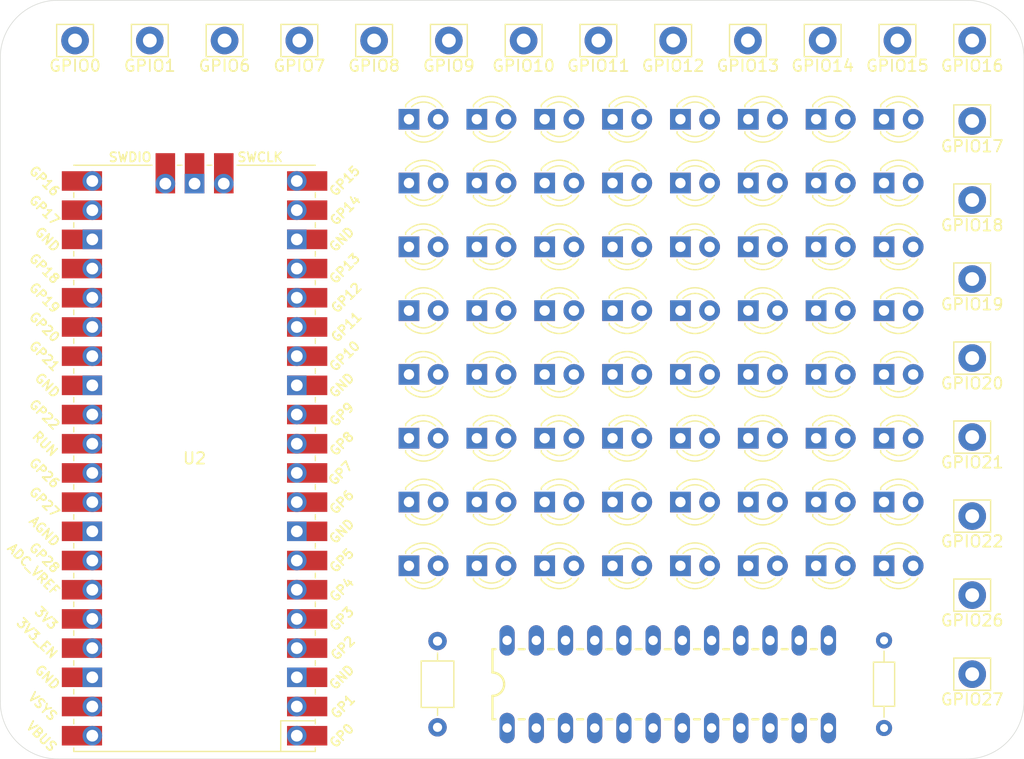
<source format=kicad_pcb>
(kicad_pcb (version 20240108) (generator "pcbnew") (generator_version "8.0")
  (layers (0 "F.Cu" signal) (31 "B.Cu" signal) (34 "B.Paste" user) (35 "F.Paste" user) (36 "B.SilkS" user "B.Silkscreen") (37 "F.SilkS" user "F.Silkscreen") (38 "B.Mask" user) (39 "F.Mask" user) (44 "Edge.Cuts" user))
  (net 0 "")
  (net 1 "Net-(C1-Pad2)")
  (net 3 "Net-(D1-K)")
  (net 4 "Net-(D1-A)")
  (net 5 "Net-(D10-K)")
  (net 6 "Net-(D11-K)")
  (net 7 "Net-(D12-K)")
  (net 8 "Net-(D13-K)")
  (net 9 "Net-(D14-K)")
  (net 10 "Net-(D15-K)")
  (net 11 "Net-(D16-K)")
  (net 12 "Net-(D10-A)")
  (net 13 "Net-(D17-A)")
  (net 14 "Net-(D25-A)")
  (net 15 "Net-(D33-A)")
  (net 16 "Net-(D41-A)")
  (net 17 "Net-(D49-A)")
  (net 18 "Net-(D57-A)")
  (net 19 "Net-(U1-ISET)")
  (net 20 "Net-(U1-CLK)")
  (net 22 "Net-(U1-DIN)")
  (net 23 "Net-(U1-LOAD)")
  (net 39 "Net-(GPIO0-Pin_1)")
  (net 40 "Net-(GPIO1-Pin_1)")
  (net 41 "Net-(GPIO6-Pin_1)")
  (net 42 "Net-(GPIO7-Pin_1)")
  (net 43 "Net-(GPIO8-Pin_1)")
  (net 44 "Net-(GPIO10-Pin_1)")
  (net 45 "Net-(GPIO11-Pin_1)")
  (net 46 "Net-(GPIO12-Pin_1)")
  (net 47 "Net-(GPIO13-Pin_1)")
  (net 48 "Net-(GPIO14-Pin_1)")
  (net 49 "Net-(GPIO15-Pin_1)")
  (net 50 "Net-(GPIO16-Pin_1)")
  (net 51 "Net-(GPIO17-Pin_1)")
  (net 52 "Net-(GPIO18-Pin_1)")
  (net 53 "Net-(GPIO19-Pin_1)")
  (net 54 "Net-(GPIO20-Pin_1)")
  (net 55 "Net-(GPIO21-Pin_1)")
  (net 56 "Net-(GPIO22-Pin_1)")
  (net 57 "Net-(GPIO26-Pin_1)")
  (net 58 "Net-(GPIO27-Pin_1)")
  (net 59 "Net-(U1-GND-Pad4)")
  (net 61 "Net-(GPIO9-Pin_1)")
  (footprint "Connector_Pin:Pin_D1.2mm_L11.3mm_W3.0mm_Flat" (layer "F.Cu") (at 173 112.25)
    (property "Reference" "GPIO26" (at 0 2.2 0) (layer "F.SilkS"))
    (property "Value" "Conn_01x01_Pin" (hide yes))
    (pad "1" thru_hole circle (at 0 0) (size 2.4 2.4) (drill 1.2) (layers "*.Cu" "*.Mask") (net 57 "Net-(GPIO26-Pin_1)"))
  )
  (footprint "LED_THT:LED_D3.0mm_Clear" (layer "F.Cu") (at 165.33 70.85)
    (property "Reference" "D57" (hide yes))
    (property "Value" "LED" (hide yes))
    (pad "1" thru_hole rect (at 0 0) (size 1.8 1.8) (drill 0.9) (layers "*.Cu" "*.Mask") (net 3 "Net-(D1-K)"))
    (pad "2" thru_hole circle (at 2.54 0) (size 1.8 1.8) (drill 0.9) (layers "*.Cu" "*.Mask") (net 18 "Net-(D57-A)"))
  )
  (footprint "LED_THT:LED_D3.0mm_Clear" (layer "F.Cu") (at 159.43 87.5)
    (property "Reference" "D52" (hide yes))
    (property "Value" "LED" (hide yes))
    (pad "1" thru_hole rect (at 0 0) (size 1.8 1.8) (drill 0.9) (layers "*.Cu" "*.Mask") (net 7 "Net-(D12-K)"))
    (pad "2" thru_hole circle (at 2.54 0) (size 1.8 1.8) (drill 0.9) (layers "*.Cu" "*.Mask") (net 17 "Net-(D49-A)"))
  )
  (footprint "LED_THT:LED_D3.0mm_Clear" (layer "F.Cu") (at 124.03 70.85)
    (property "Reference" "D1" (hide yes))
    (property "Value" "LED" (hide yes))
    (pad "1" thru_hole rect (at 0 0) (size 1.8 1.8) (drill 0.9) (layers "*.Cu" "*.Mask") (net 3 "Net-(D1-K)"))
    (pad "2" thru_hole circle (at 2.54 0) (size 1.8 1.8) (drill 0.9) (layers "*.Cu" "*.Mask") (net 4 "Net-(D1-A)"))
  )
  (footprint "LED_THT:LED_D3.0mm_Clear" (layer "F.Cu") (at 141.73 76.4)
    (property "Reference" "D26" (hide yes))
    (property "Value" "LED" (hide yes))
    (pad "1" thru_hole rect (at 0 0) (size 1.8 1.8) (drill 0.9) (layers "*.Cu" "*.Mask") (net 5 "Net-(D10-K)"))
    (pad "2" thru_hole circle (at 2.54 0) (size 1.8 1.8) (drill 0.9) (layers "*.Cu" "*.Mask") (net 14 "Net-(D25-A)"))
  )
  (footprint "Connector_Pin:Pin_D1.2mm_L11.3mm_W3.0mm_Flat" (layer "F.Cu") (at 140.5 64)
    (property "Reference" "GPIO11" (at 0 2.2 0) (layer "F.SilkS"))
    (property "Value" "Conn_01x01_Pin" (hide yes))
    (pad "1" thru_hole circle (at 0 0) (size 2.4 2.4) (drill 1.2) (layers "*.Cu" "*.Mask") (net 45 "Net-(GPIO11-Pin_1)"))
  )
  (footprint "LED_THT:LED_D3.0mm_Clear" (layer "F.Cu") (at 159.43 104.15)
    (property "Reference" "D55" (hide yes))
    (property "Value" "LED" (hide yes))
    (pad "1" thru_hole rect (at 0 0) (size 1.8 1.8) (drill 0.9) (layers "*.Cu" "*.Mask") (net 10 "Net-(D15-K)"))
    (pad "2" thru_hole circle (at 2.54 0) (size 1.8 1.8) (drill 0.9) (layers "*.Cu" "*.Mask") (net 17 "Net-(D49-A)"))
  )
  (footprint "Connector_Pin:Pin_D1.2mm_L11.3mm_W3.0mm_Flat" (layer "F.Cu") (at 173 119.125)
    (property "Reference" "GPIO27" (at 0 2.2 0) (layer "F.SilkS"))
    (property "Value" "Conn_01x01_Pin" (hide yes))
    (pad "1" thru_hole circle (at 0 0) (size 2.4 2.4) (drill 1.2) (layers "*.Cu" "*.Mask") (net 58 "Net-(GPIO27-Pin_1)"))
  )
  (footprint "Connector_Pin:Pin_D1.2mm_L11.3mm_W3.0mm_Flat" (layer "F.Cu") (at 173 71)
    (property "Reference" "GPIO17" (at 0 2.2 0) (layer "F.SilkS"))
    (property "Value" "Conn_01x01_Pin" (hide yes))
    (pad "1" thru_hole circle (at 0 0) (size 2.4 2.4) (drill 1.2) (layers "*.Cu" "*.Mask") (net 51 "Net-(GPIO17-Pin_1)"))
  )
  (footprint "Connector_Pin:Pin_D1.2mm_L11.3mm_W3.0mm_Flat" (layer "F.Cu") (at 173 98.5)
    (property "Reference" "GPIO21" (at 0 2.2 0) (layer "F.SilkS"))
    (property "Value" "Conn_01x01_Pin" (hide yes))
    (pad "1" thru_hole circle (at 0 0) (size 2.4 2.4) (drill 1.2) (layers "*.Cu" "*.Mask") (net 55 "Net-(GPIO21-Pin_1)"))
  )
  (footprint "Connector_Pin:Pin_D1.2mm_L11.3mm_W3.0mm_Flat" (layer "F.Cu") (at 173 64)
    (property "Reference" "GPIO16" (at 0 2.2 0) (layer "F.SilkS"))
    (property "Value" "Conn_01x01_Pin" (hide yes))
    (pad "1" thru_hole circle (at 0 0) (size 2.4 2.4) (drill 1.2) (layers "*.Cu" "*.Mask") (net 50 "Net-(GPIO16-Pin_1)"))
  )
  (footprint "LED_THT:LED_D3.0mm_Clear" (layer "F.Cu") (at 129.93 104.15)
    (property "Reference" "D15" (hide yes))
    (property "Value" "LED" (hide yes))
    (pad "1" thru_hole rect (at 0 0) (size 1.8 1.8) (drill 0.9) (layers "*.Cu" "*.Mask") (net 10 "Net-(D15-K)"))
    (pad "2" thru_hole circle (at 2.54 0) (size 1.8 1.8) (drill 0.9) (layers "*.Cu" "*.Mask") (net 12 "Net-(D10-A)"))
  )
  (footprint "LED_THT:LED_D3.0mm_Clear" (layer "F.Cu") (at 124.03 109.7)
    (property "Reference" "D8" (hide yes))
    (property "Value" "LED" (hide yes))
    (pad "1" thru_hole rect (at 0 0) (size 1.8 1.8) (drill 0.9) (layers "*.Cu" "*.Mask") (net 11 "Net-(D16-K)"))
    (pad "2" thru_hole circle (at 2.54 0) (size 1.8 1.8) (drill 0.9) (layers "*.Cu" "*.Mask") (net 4 "Net-(D1-A)"))
  )
  (footprint "LED_THT:LED_D3.0mm_Clear" (layer "F.Cu") (at 124.03 93.05)
    (property "Reference" "D5" (hide yes))
    (property "Value" "LED" (hide yes))
    (pad "1" thru_hole rect (at 0 0) (size 1.8 1.8) (drill 0.9) (layers "*.Cu" "*.Mask") (net 8 "Net-(D13-K)"))
    (pad "2" thru_hole circle (at 2.54 0) (size 1.8 1.8) (drill 0.9) (layers "*.Cu" "*.Mask") (net 4 "Net-(D1-A)"))
  )
  (footprint "LED_THT:LED_D3.0mm_Clear" (layer "F.Cu") (at 135.83 109.7)
    (property "Reference" "D24" (hide yes))
    (property "Value" "LED" (hide yes))
    (pad "1" thru_hole rect (at 0 0) (size 1.8 1.8) (drill 0.9) (layers "*.Cu" "*.Mask") (net 11 "Net-(D16-K)"))
    (pad "2" thru_hole circle (at 2.54 0) (size 1.8 1.8) (drill 0.9) (layers "*.Cu" "*.Mask") (net 13 "Net-(D17-A)"))
  )
  (footprint "LED_THT:LED_D3.0mm_Clear" (layer "F.Cu") (at 147.63 109.7)
    (property "Reference" "D40" (hide yes))
    (property "Value" "LED" (hide yes))
    (pad "1" thru_hole rect (at 0 0) (size 1.8 1.8) (drill 0.9) (layers "*.Cu" "*.Mask") (net 11 "Net-(D16-K)"))
    (pad "2" thru_hole circle (at 2.54 0) (size 1.8 1.8) (drill 0.9) (layers "*.Cu" "*.Mask") (net 15 "Net-(D33-A)"))
  )
  (footprint "LED_THT:LED_D3.0mm_Clear" (layer "F.Cu") (at 147.63 98.6)
    (property "Reference" "D38" (hide yes))
    (property "Value" "LED" (hide yes))
    (pad "1" thru_hole rect (at 0 0) (size 1.8 1.8) (drill 0.9) (layers "*.Cu" "*.Mask") (net 9 "Net-(D14-K)"))
    (pad "2" thru_hole circle (at 2.54 0) (size 1.8 1.8) (drill 0.9) (layers "*.Cu" "*.Mask") (net 15 "Net-(D33-A)"))
  )
  (footprint "LED_THT:LED_D3.0mm_Clear" (layer "F.Cu") (at 159.43 81.95)
    (property "Reference" "D51" (hide yes))
    (property "Value" "LED" (hide yes))
    (pad "1" thru_hole rect (at 0 0) (size 1.8 1.8) (drill 0.9) (layers "*.Cu" "*.Mask") (net 6 "Net-(D11-K)"))
    (pad "2" thru_hole circle (at 2.54 0) (size 1.8 1.8) (drill 0.9) (layers "*.Cu" "*.Mask") (net 17 "Net-(D49-A)"))
  )
  (footprint "LED_THT:LED_D3.0mm_Clear" (layer "F.Cu") (at 147.63 76.4)
    (property "Reference" "D34" (hide yes))
    (property "Value" "LED" (hide yes))
    (pad "1" thru_hole rect (at 0 0) (size 1.8 1.8) (drill 0.9) (layers "*.Cu" "*.Mask") (net 5 "Net-(D10-K)"))
    (pad "2" thru_hole circle (at 2.54 0) (size 1.8 1.8) (drill 0.9) (layers "*.Cu" "*.Mask") (net 15 "Net-(D33-A)"))
  )
  (footprint "LED_THT:LED_D3.0mm_Clear" (layer "F.Cu") (at 165.33 81.95)
    (property "Reference" "D59" (hide yes))
    (property "Value" "LED" (hide yes))
    (pad "1" thru_hole rect (at 0 0) (size 1.8 1.8) (drill 0.9) (layers "*.Cu" "*.Mask") (net 6 "Net-(D11-K)"))
    (pad "2" thru_hole circle (at 2.54 0) (size 1.8 1.8) (drill 0.9) (layers "*.Cu" "*.Mask") (net 18 "Net-(D57-A)"))
  )
  (footprint "LED_THT:LED_D3.0mm_Clear" (layer "F.Cu") (at 129.93 81.95)
    (property "Reference" "D11" (hide yes))
    (property "Value" "LED" (hide yes))
    (pad "1" thru_hole rect (at 0 0) (size 1.8 1.8) (drill 0.9) (layers "*.Cu" "*.Mask") (net 6 "Net-(D11-K)"))
    (pad "2" thru_hole circle (at 2.54 0) (size 1.8 1.8) (drill 0.9) (layers "*.Cu" "*.Mask") (net 12 "Net-(D10-A)"))
  )
  (footprint "LED_THT:LED_D3.0mm_Clear" (layer "F.Cu") (at 141.73 81.95)
    (property "Reference" "D27" (hide yes))
    (property "Value" "LED" (hide yes))
    (pad "1" thru_hole rect (at 0 0) (size 1.8 1.8) (drill 0.9) (layers "*.Cu" "*.Mask") (net 6 "Net-(D11-K)"))
    (pad "2" thru_hole circle (at 2.54 0) (size 1.8 1.8) (drill 0.9) (layers "*.Cu" "*.Mask") (net 14 "Net-(D25-A)"))
  )
  (footprint "Connector_Pin:Pin_D1.2mm_L11.3mm_W3.0mm_Flat" (layer "F.Cu") (at 95 64)
    (property "Reference" "GPIO0" (at 0 2.2 0) (layer "F.SilkS"))
    (property "Value" "Conn_01x01_Pin" (hide yes))
    (pad "1" thru_hole circle (at 0 0) (size 2.4 2.4) (drill 1.2) (layers "*.Cu" "*.Mask") (net 39 "Net-(GPIO0-Pin_1)"))
  )
  (footprint "LED_THT:LED_D3.0mm_Clear" (layer "F.Cu") (at 124.03 104.15)
    (property "Reference" "D7" (hide yes))
    (property "Value" "LED" (hide yes))
    (pad "1" thru_hole rect (at 0 0) (size 1.8 1.8) (drill 0.9) (layers "*.Cu" "*.Mask") (net 10 "Net-(D15-K)"))
    (pad "2" thru_hole circle (at 2.54 0) (size 1.8 1.8) (drill 0.9) (layers "*.Cu" "*.Mask") (net 4 "Net-(D1-A)"))
  )
  (footprint "Connector_Pin:Pin_D1.2mm_L11.3mm_W3.0mm_Flat" (layer "F.Cu") (at 173 84.75)
    (property "Reference" "GPIO19" (at 0 2.2 0) (layer "F.SilkS"))
    (property "Value" "Conn_01x01_Pin" (hide yes))
    (pad "1" thru_hole circle (at 0 0) (size 2.4 2.4) (drill 1.2) (layers "*.Cu" "*.Mask") (net 53 "Net-(GPIO19-Pin_1)"))
  )
  (footprint "LED_THT:LED_D3.0mm_Clear" (layer "F.Cu") (at 135.83 81.95)
    (property "Reference" "D19" (hide yes))
    (property "Value" "LED" (hide yes))
    (pad "1" thru_hole rect (at 0 0) (size 1.8 1.8) (drill 0.9) (layers "*.Cu" "*.Mask") (net 6 "Net-(D11-K)"))
    (pad "2" thru_hole circle (at 2.54 0) (size 1.8 1.8) (drill 0.9) (layers "*.Cu" "*.Mask") (net 13 "Net-(D17-A)"))
  )
  (footprint "LED_THT:LED_D3.0mm_Clear" (layer "F.Cu") (at 135.83 70.85)
    (property "Reference" "D17" (hide yes))
    (property "Value" "LED" (hide yes))
    (pad "1" thru_hole rect (at 0 0) (size 1.8 1.8) (drill 0.9) (layers "*.Cu" "*.Mask") (net 3 "Net-(D1-K)"))
    (pad "2" thru_hole circle (at 2.54 0) (size 1.8 1.8) (drill 0.9) (layers "*.Cu" "*.Mask") (net 13 "Net-(D17-A)"))
  )
  (footprint "LED_THT:LED_D3.0mm_Clear" (layer "F.Cu") (at 153.53 81.95)
    (property "Reference" "D43" (hide yes))
    (property "Value" "LED" (hide yes))
    (pad "1" thru_hole rect (at 0 0) (size 1.8 1.8) (drill 0.9) (layers "*.Cu" "*.Mask") (net 6 "Net-(D11-K)"))
    (pad "2" thru_hole circle (at 2.54 0) (size 1.8 1.8) (drill 0.9) (layers "*.Cu" "*.Mask") (net 16 "Net-(D41-A)"))
  )
  (footprint "LED_THT:LED_D3.0mm_Clear" (layer "F.Cu") (at 165.33 109.7)
    (property "Reference" "D64" (hide yes))
    (property "Value" "LED" (hide yes))
    (pad "1" thru_hole rect (at 0 0) (size 1.8 1.8) (drill 0.9) (layers "*.Cu" "*.Mask") (net 11 "Net-(D16-K)"))
    (pad "2" thru_hole circle (at 2.54 0) (size 1.8 1.8) (drill 0.9) (layers "*.Cu" "*.Mask") (net 18 "Net-(D57-A)"))
  )
  (footprint "LED_THT:LED_D3.0mm_Clear" (layer "F.Cu") (at 124.03 81.95)
    (property "Reference" "D3" (hide yes))
    (property "Value" "LED" (hide yes))
    (pad "1" thru_hole rect (at 0 0) (size 1.8 1.8) (drill 0.9) (layers "*.Cu" "*.Mask") (net 6 "Net-(D11-K)"))
    (pad "2" thru_hole circle (at 2.54 0) (size 1.8 1.8) (drill 0.9) (layers "*.Cu" "*.Mask") (net 4 "Net-(D1-A)"))
  )
  (footprint "LED_THT:LED_D3.0mm_Clear" (layer "F.Cu") (at 165.33 104.15)
    (property "Reference" "D63" (hide yes))
    (property "Value" "LED" (hide yes))
    (pad "1" thru_hole rect (at 0 0) (size 1.8 1.8) (drill 0.9) (layers "*.Cu" "*.Mask") (net 10 "Net-(D15-K)"))
    (pad "2" thru_hole circle (at 2.54 0) (size 1.8 1.8) (drill 0.9) (layers "*.Cu" "*.Mask") (net 18 "Net-(D57-A)"))
  )
  (footprint "Connector_Pin:Pin_D1.2mm_L11.3mm_W3.0mm_Flat" (layer "F.Cu") (at 121 64)
    (property "Reference" "GPIO8" (at 0 2.2 0) (layer "F.SilkS"))
    (property "Value" "Conn_01x01_Pin" (hide yes))
    (pad "1" thru_hole circle (at 0 0) (size 2.4 2.4) (drill 1.2) (layers "*.Cu" "*.Mask") (net 43 "Net-(GPIO8-Pin_1)"))
  )
  (footprint "LED_THT:LED_D3.0mm_Clear" (layer "F.Cu") (at 135.83 98.6)
    (property "Reference" "D22" (hide yes))
    (property "Value" "LED" (hide yes))
    (pad "1" thru_hole rect (at 0 0) (size 1.8 1.8) (drill 0.9) (layers "*.Cu" "*.Mask") (net 9 "Net-(D14-K)"))
    (pad "2" thru_hole circle (at 2.54 0) (size 1.8 1.8) (drill 0.9) (layers "*.Cu" "*.Mask") (net 13 "Net-(D17-A)"))
  )
  (footprint "LED_THT:LED_D3.0mm_Clear" (layer "F.Cu") (at 141.73 98.6)
    (property "Reference" "D30" (hide yes))
    (property "Value" "LED" (hide yes))
    (pad "1" thru_hole rect (at 0 0) (size 1.8 1.8) (drill 0.9) (layers "*.Cu" "*.Mask") (net 9 "Net-(D14-K)"))
    (pad "2" thru_hole circle (at 2.54 0) (size 1.8 1.8) (drill 0.9) (layers "*.Cu" "*.Mask") (net 14 "Net-(D25-A)"))
  )
  (footprint "MCU_RaspberryPi_and_Boards:RPi_Pico_SMD_TH" (layer "F.Cu") (at 105.39 100.35 180)
    (property "Reference" "U2" (at 0 0 360) (layer "F.SilkS"))
    (property "Value" "Pico")
    (fp_text user "GP3" (at -12.8 -13.97 45) (layer "F.SilkS") (effects (font (size 0.8 0.8))))
    (fp_text user "GP16" (at 13.054 24.13 135) (layer "F.SilkS") (effects (font (size 0.8 0.8))))
    (fp_text user "RUN" (at 13 1.27 135) (layer "F.SilkS") (effects (font (size 0.8 0.8))))
    (fp_text user "GP7" (at -12.7 -1.3 45) (layer "F.SilkS") (effects (font (size 0.8 0.8))))
    (fp_text user "GP13" (at -13.054 16.51 45) (layer "F.SilkS") (effects (font (size 0.8 0.8))))
    (fp_text user "VSYS" (at 13.2 -21.59 135) (layer "F.SilkS") (effects (font (size 0.8 0.8))))
    (fp_text user "GP21" (at 13.054 8.9 135) (layer "F.SilkS") (effects (font (size 0.8 0.8))))
    (fp_text user "VBUS" (at 13.3 -24.2 135) (layer "F.SilkS") (effects (font (size 0.8 0.8))))
    (fp_text user "GND" (at -12.8 19.05 45) (layer "F.SilkS") (effects (font (size 0.8 0.8))))
    (fp_text user "GP17" (at 13.054 21.59 135) (layer "F.SilkS") (effects (font (size 0.8 0.8))))
    (fp_text user "3V3" (at 12.9 -13.9 135) (layer "F.SilkS") (effects (font (size 0.8 0.8))))
    (fp_text user "GP0" (at -12.8 -24.13 45) (layer "F.SilkS") (effects (font (size 0.8 0.8))))
    (fp_text user "GP22" (at 13.054 3.81 135) (layer "F.SilkS") (effects (font (size 0.8 0.8))))
    (fp_text user "GP9" (at -12.8 3.81 45) (layer "F.SilkS") (effects (font (size 0.8 0.8))))
    (fp_text user "GP11" (at -13.2 11.43 45) (layer "F.SilkS") (effects (font (size 0.8 0.8))))
    (fp_text user "GP2" (at -12.9 -16.51 45) (layer "F.SilkS") (effects (font (size 0.8 0.8))))
    (fp_text user "GND" (at -12.8 -19.05 45) (layer "F.SilkS") (effects (font (size 0.8 0.8))))
    (fp_text user "GP12" (at -13.2 13.97 45) (layer "F.SilkS") (effects (font (size 0.8 0.8))))
    (fp_text user "GP10" (at -13.054 8.89 45) (layer "F.SilkS") (effects (font (size 0.8 0.8))))
    (fp_text user "SWCLK" (at -5.7 26.2 360) (layer "F.SilkS") (effects (font (size 0.8 0.8))))
    (fp_text user "GP8" (at -12.8 1.27 45) (layer "F.SilkS") (effects (font (size 0.8 0.8))))
    (fp_text user "SWDIO" (at 5.6 26.2 360) (layer "F.SilkS") (effects (font (size 0.8 0.8))))
    (fp_text user "GND" (at 12.8 6.35 135) (layer "F.SilkS") (effects (font (size 0.8 0.8))))
    (fp_text user "GND" (at 12.8 19.05 135) (layer "F.SilkS") (effects (font (size 0.8 0.8))))
    (fp_text user "3V3_EN" (at 13.7 -15.65 135) (layer "F.SilkS") (effects (font (size 0.8 0.8))))
    (fp_text user "GP26" (at 13.054 -1.27 135) (layer "F.SilkS") (effects (font (size 0.8 0.8))))
    (fp_text user "GP27" (at 13.054 -3.8 135) (layer "F.SilkS") (effects (font (size 0.8 0.8))))
    (fp_text user "GP18" (at 13.054 16.51 135) (layer "F.SilkS") (effects (font (size 0.8 0.8))))
    (fp_text user "GP19" (at 13.054 13.97 135) (layer "F.SilkS") (effects (font (size 0.8 0.8))))
    (fp_text user "GP5" (at -12.8 -8.89 45) (layer "F.SilkS") (effects (font (size 0.8 0.8))))
    (fp_text user "GND" (at -12.8 6.35 45) (layer "F.SilkS") (effects (font (size 0.8 0.8))))
    (fp_text user "GP14" (at -13.1 21.59 45) (layer "F.SilkS") (effects (font (size 0.8 0.8))))
    (fp_text user "GP20" (at 13.054 11.43 135) (layer "F.SilkS") (effects (font (size 0.8 0.8))))
    (fp_text user "AGND" (at 13.054 -6.35 135) (layer "F.SilkS") (effects (font (size 0.8 0.8))))
    (fp_text user "GP15" (at -13.054 24.13 45) (layer "F.SilkS") (effects (font (size 0.8 0.8))))
    (fp_text user "GP28" (at 13.054 -8.65 135) (layer "F.SilkS") (effects (font (size 0.8 0.8))))
    (fp_text user "GND" (at -12.8 -6.35 45) (layer "F.SilkS") (effects (font (size 0.8 0.8))))
    (fp_text user "ADC_VREF" (at 14 -9.65 135) (layer "F.SilkS") (effects (font (size 0.8 0.8))))
    (fp_text user "GP1" (at -12.9 -21.6 45) (layer "F.SilkS") (effects (font (size 0.8 0.8))))
    (fp_text user "GP4" (at -12.8 -11.43 45) (layer "F.SilkS") (effects (font (size 0.8 0.8))))
    (fp_text user "GND" (at 12.8 -19.05 135) (layer "F.SilkS") (effects (font (size 0.8 0.8))))
    (fp_text user "GP6" (at -12.8 -3.81 45) (layer "F.SilkS") (effects (font (size 0.8 0.8))))
    (pad "" np_thru_hole oval (at -2.725 -24 180) (size 1.8 1.8) (drill 1.8) (layers "*.Cu" "*.Mask"))
    (pad "" np_thru_hole oval (at -2.425 -20.97 180) (size 1.5 1.5) (drill 1.5) (layers "*.Cu" "*.Mask"))
    (pad "" np_thru_hole oval (at 2.425 -20.97 180) (size 1.5 1.5) (drill 1.5) (layers "*.Cu" "*.Mask"))
    (pad "" np_thru_hole oval (at 2.725 -24 180) (size 1.8 1.8) (drill 1.8) (layers "*.Cu" "*.Mask"))
    (pad "1" thru_hole oval (at -8.89 -24.13 180) (size 1.7 1.7) (drill 1.02) (layers "*.Cu" "*.Mask") (net 39 "Net-(GPIO0-Pin_1)"))
    (pad "1" smd rect (at -8.89 -24.13 180) (size 3.5 1.7) (drill (offset -0.9 0)) (layers "F.Cu" "F.Mask") (net 39 "Net-(GPIO0-Pin_1)"))
    (pad "2" thru_hole oval (at -8.89 -21.59 180) (size 1.7 1.7) (drill 1.02) (layers "*.Cu" "*.Mask") (net 40 "Net-(GPIO1-Pin_1)"))
    (pad "2" smd rect (at -8.89 -21.59 180) (size 3.5 1.7) (drill (offset -0.9 0)) (layers "F.Cu" "F.Mask") (net 40 "Net-(GPIO1-Pin_1)"))
    (pad "3" thru_hole rect (at -8.89 -19.05 180) (size 1.7 1.7) (drill 1.02) (layers "*.Cu" "*.Mask"))
    (pad "3" smd rect (at -8.89 -19.05 180) (size 3.5 1.7) (drill (offset -0.9 0)) (layers "F.Cu" "F.Mask"))
    (pad "4" thru_hole oval (at -8.89 -16.51 180) (size 1.7 1.7) (drill 1.02) (layers "*.Cu" "*.Mask") (net 20 "Net-(U1-CLK)"))
    (pad "4" smd rect (at -8.89 -16.51 180) (size 3.5 1.7) (drill (offset -0.9 0)) (layers "F.Cu" "F.Mask") (net 20 "Net-(U1-CLK)"))
    (pad "5" thru_hole oval (at -8.89 -13.97 180) (size 1.7 1.7) (drill 1.02) (layers "*.Cu" "*.Mask") (net 22 "Net-(U1-DIN)"))
    (pad "5" smd rect (at -8.89 -13.97 180) (size 3.5 1.7) (drill (offset -0.9 0)) (layers "F.Cu" "F.Mask") (net 22 "Net-(U1-DIN)"))
    (pad "6" thru_hole oval (at -8.89 -11.43 180) (size 1.7 1.7) (drill 1.02) (layers "*.Cu" "*.Mask"))
    (pad "6" smd rect (at -8.89 -11.43 180) (size 3.5 1.7) (drill (offset -0.9 0)) (layers "F.Cu" "F.Mask"))
    (pad "7" thru_hole oval (at -8.89 -8.89 180) (size 1.7 1.7) (drill 1.02) (layers "*.Cu" "*.Mask") (net 23 "Net-(U1-LOAD)"))
    (pad "7" smd rect (at -8.89 -8.89 180) (size 3.5 1.7) (drill (offset -0.9 0)) (layers "F.Cu" "F.Mask") (net 23 "Net-(U1-LOAD)"))
    (pad "8" thru_hole rect (at -8.89 -6.35 180) (size 1.7 1.7) (drill 1.02) (layers "*.Cu" "*.Mask"))
    (pad "8" smd rect (at -8.89 -6.35 180) (size 3.5 1.7) (drill (offset -0.9 0)) (layers "F.Cu" "F.Mask"))
    (pad "9" thru_hole oval (at -8.89 -3.81 180) (size 1.7 1.7) (drill 1.02) (layers "*.Cu" "*.Mask") (net 41 "Net-(GPIO6-Pin_1)"))
    (pad "9" smd rect (at -8.89 -3.81 180) (size 3.5 1.7) (drill (offset -0.9 0)) (layers "F.Cu" "F.Mask") (net 41 "Net-(GPIO6-Pin_1)"))
    (pad "10" thru_hole oval (at -8.89 -1.27 180) (size 1.7 1.7) (drill 1.02) (layers "*.Cu" "*.Mask") (net 42 "Net-(GPIO7-Pin_1)"))
    (pad "10" smd rect (at -8.89 -1.27 180) (size 3.5 1.7) (drill (offset -0.9 0)) (layers "F.Cu" "F.Mask") (net 42 "Net-(GPIO7-Pin_1)"))
    (pad "11" thru_hole oval (at -8.89 1.27 180) (size 1.7 1.7) (drill 1.02) (layers "*.Cu" "*.Mask") (net 43 "Net-(GPIO8-Pin_1)"))
    (pad "11" smd rect (at -8.89 1.27 180) (size 3.5 1.7) (drill (offset -0.9 0)) (layers "F.Cu" "F.Mask") (net 43 "Net-(GPIO8-Pin_1)"))
    (pad "12" thru_hole oval (at -8.89 3.81 180) (size 1.7 1.7) (drill 1.02) (layers "*.Cu" "*.Mask") (net 61 "Net-(GPIO9-Pin_1)"))
    (pad "12" smd rect (at -8.89 3.81 180) (size 3.5 1.7) (drill (offset -0.9 0)) (layers "F.Cu" "F.Mask") (net 61 "Net-(GPIO9-Pin_1)"))
    (pad "13" thru_hole rect (at -8.89 6.35 180) (size 1.7 1.7) (drill 1.02) (layers "*.Cu" "*.Mask"))
    (pad "13" smd rect (at -8.89 6.35 180) (size 3.5 1.7) (drill (offset -0.9 0)) (layers "F.Cu" "F.Mask"))
    (pad "14" thru_hole oval (at -8.89 8.89 180) (size 1.7 1.7) (drill 1.02) (layers "*.Cu" "*.Mask") (net 44 "Net-(GPIO10-Pin_1)"))
    (pad "14" smd rect (at -8.89 8.89 180) (size 3.5 1.7) (drill (offset -0.9 0)) (layers "F.Cu" "F.Mask") (net 44 "Net-(GPIO10-Pin_1)"))
    (pad "15" thru_hole oval (at -8.89 11.43 180) (size 1.7 1.7) (drill 1.02) (layers "*.Cu" "*.Mask") (net 45 "Net-(GPIO11-Pin_1)"))
    (pad "15" smd rect (at -8.89 11.43 180) (size 3.5 1.7) (drill (offset -0.9 0)) (layers "F.Cu" "F.Mask") (net 45 "Net-(GPIO11-Pin_1)"))
    (pad "16" thru_hole oval (at -8.89 13.97 180) (size 1.7 1.7) (drill 1.02) (layers "*.Cu" "*.Mask") (net 46 "Net-(GPIO12-Pin_1)"))
    (pad "16" smd rect (at -8.89 13.97 180) (size 3.5 1.7) (drill (offset -0.9 0)) (layers "F.Cu" "F.Mask") (net 46 "Net-(GPIO12-Pin_1)"))
    (pad "17" thru_hole oval (at -8.89 16.51 180) (size 1.7 1.7) (drill 1.02) (layers "*.Cu" "*.Mask") (net 47 "Net-(GPIO13-Pin_1)"))
    (pad "17" smd rect (at -8.89 16.51 180) (size 3.5 1.7) (drill (offset -0.9 0)) (layers "F.Cu" "F.Mask") (net 47 "Net-(GPIO13-Pin_1)"))
    (pad "18" thru_hole rect (at -8.89 19.05 180) (size 1.7 1.7) (drill 1.02) (layers "*.Cu" "*.Mask"))
    (pad "18" smd rect (at -8.89 19.05 180) (size 3.5 1.7) (drill (offset -0.9 0)) (layers "F.Cu" "F.Mask"))
    (pad "19" thru_hole oval (at -8.89 21.59 180) (size 1.7 1.7) (drill 1.02) (layers "*.Cu" "*.Mask") (net 48 "Net-(GPIO14-Pin_1)"))
    (pad "19" smd rect (at -8.89 21.59 180) (size 3.5 1.7) (drill (offset -0.9 0)) (layers "F.Cu" "F.Mask") (net 48 "Net-(GPIO14-Pin_1)"))
    (pad "20" thru_hole oval (at -8.89 24.13 180) (size 1.7 1.7) (drill 1.02) (layers "*.Cu" "*.Mask") (net 49 "Net-(GPIO15-Pin_1)"))
    (pad "20" smd rect (at -8.89 24.13 180) (size 3.5 1.7) (drill (offset -0.9 0)) (layers "F.Cu" "F.Mask") (net 49 "Net-(GPIO15-Pin_1)"))
    (pad "21" thru_hole oval (at 8.89 24.13 180) (size 1.7 1.7) (drill 1.02) (layers "*.Cu" "*.Mask") (net 50 "Net-(GPIO16-Pin_1)"))
    (pad "21" smd rect (at 8.89 24.13 180) (size 3.5 1.7) (drill (offset 0.9 0)) (layers "F.Cu" "F.Mask") (net 50 "Net-(GPIO16-Pin_1)"))
    (pad "22" thru_hole oval (at 8.89 21.59 180) (size 1.7 1.7) (drill 1.02) (layers "*.Cu" "*.Mask") (net 51 "Net-(GPIO17-Pin_1)"))
    (pad "22" smd rect (at 8.89 21.59 180) (size 3.5 1.7) (drill (offset 0.9 0)) (layers "F.Cu" "F.Mask") (net 51 "Net-(GPIO17-Pin_1)"))
    (pad "23" thru_hole rect (at 8.89 19.05 180) (size 1.7 1.7) (drill 1.02) (layers "*.Cu" "*.Mask") (net 1 "Net-(C1-Pad2)"))
    (pad "23" smd rect (at 8.89 19.05 180) (size 3.5 1.7) (drill (offset 0.9 0)) (layers "F.Cu" "F.Mask") (net 1 "Net-(C1-Pad2)"))
    (pad "24" thru_hole oval (at 8.89 16.51 180) (size 1.7 1.7) (drill 1.02) (layers "*.Cu" "*.Mask") (net 52 "Net-(GPIO18-Pin_1)"))
    (pad "24" smd rect (at 8.89 16.51 180) (size 3.5 1.7) (drill (offset 0.9 0)) (layers "F.Cu" "F.Mask") (net 52 "Net-(GPIO18-Pin_1)"))
    (pad "25" thru_hole oval (at 8.89 13.97 180) (size 1.7 1.7) (drill 1.02) (layers "*.Cu" "*.Mask") (net 53 "Net-(GPIO19-Pin_1)"))
    (pad "25" smd rect (at 8.89 13.97 180) (size 3.5 1.7) (drill (offset 0.9 0)) (layers "F.Cu" "F.Mask") (net 53 "Net-(GPIO19-Pin_1)"))
    (pad "26" thru_hole oval (at 8.89 11.43 180) (size 1.7 1.7) (drill 1.02) (layers "*.Cu" "*.Mask") (net 54 "Net-(GPIO20-Pin_1)"))
    (pad "26" smd rect (at 8.89 11.43 180) (size 3.5 1.7) (drill (offset 0.9 0)) (layers "F.Cu" "F.Mask") (net 54 "Net-(GPIO20-Pin_1)"))
    (pad "27" thru_hole oval (at 8.89 8.89 180) (size 1.7 1.7) (drill 1.02) (layers "*.Cu" "*.Mask") (net 55 "Net-(GPIO21-Pin_1)"))
    (pad "27" smd rect (at 8.89 8.89 180) (size 3.5 1.7) (drill (offset 0.9 0)) (layers "F.Cu" "F.Mask") (net 55 "Net-(GPIO21-Pin_1)"))
    (pad "28" thru_hole rect (at 8.89 6.35 180) (size 1.7 1.7) (drill 1.02) (layers "*.Cu" "*.Mask"))
    (pad "28" smd rect (at 8.89 6.35 180) (size 3.5 1.7) (drill (offset 0.9 0)) (layers "F.Cu" "F.Mask"))
    (pad "29" thru_hole oval (at 8.89 3.81 180) (size 1.7 1.7) (drill 1.02) (layers "*.Cu" "*.Mask") (net 56 "Net-(GPIO22-Pin_1)"))
    (pad "29" smd rect (at 8.89 3.81 180) (size 3.5 1.7) (drill (offset 0.9 0)) (layers "F.Cu" "F.Mask") (net 56 "Net-(GPIO22-Pin_1)"))
    (pad "30" thru_hole oval (at 8.89 1.27 180) (size 1.7 1.7) (drill 1.02) (layers "*.Cu" "*.Mask"))
    (pad "30" smd rect (at 8.89 1.27 180) (size 3.5 1.7) (drill (offset 0.9 0)) (layers "F.Cu" "F.Mask"))
    (pad "31" thru_hole oval (at 8.89 -1.27 180) (size 1.7 1.7) (drill 1.02) (layers "*.Cu" "*.Mask") (net 57 "Net-(GPIO26-Pin_1)"))
    (pad "31" smd rect (at 8.89 -1.27 180) (size 3.5 1.7) (drill (offset 0.9 0)) (layers "F.Cu" "F.Mask") (net 57 "Net-(GPIO26-Pin_1)"))
    (pad "32" thru_hole oval (at 8.89 -3.81 180) (size 1.7 1.7) (drill 1.02) (layers "*.Cu" "*.Mask") (net 58 "Net-(GPIO27-Pin_1)"))
    (pad "32" smd rect (at 8.89 -3.81 180) (size 3.5 1.7) (drill (offset 0.9 0)) (layers "F.Cu" "F.Mask") (net 58 "Net-(GPIO27-Pin_1)"))
    (pad "33" thru_hole rect (at 8.89 -6.35 180) (size 1.7 1.7) (drill 1.02) (layers "*.Cu" "*.Mask"))
    (pad "33" smd rect (at 8.89 -6.35 180) (size 3.5 1.7) (drill (offset 0.9 0)) (layers "F.Cu" "F.Mask"))
    (pad "34" thru_hole oval (at 8.89 -8.89 180) (size 1.7 1.7) (drill 1.02) (layers "*.Cu" "*.Mask"))
    (pad "34" smd rect (at 8.89 -8.89 180) (size 3.5 1.7) (drill (offset 0.9 0)) (layers "F.Cu" "F.Mask"))
    (pad "35" thru_hole oval (at 8.89 -11.43 180) (size 1.7 1.7) (drill 1.02) (layers "*.Cu" "*.Mask"))
    (pad "35" smd rect (at 8.89 -11.43 180) (size 3.5 1.7) (drill (offset 0.9 0)) (layers "F.Cu" "F.Mask"))
    (pad "36" thru_hole oval (at 8.89 -13.97 180) (size 1.7 1.7) (drill 1.02) (layers "*.Cu" "*.Mask"))
    (pad "36" smd rect (at 8.89 -13.97 180) (size 3.5 1.7) (drill (offset 0.9 0)) (layers "F.Cu" "F.Mask"))
    (pad "37" thru_hole oval (at 8.89 -16.51 180) (size 1.7 1.7) (drill 1.02) (layers "*.Cu" "*.Mask"))
    (pad "37" smd rect (at 8.89 -16.51 180) (size 3.5 1.7) (drill (offset 0.9 0)) (layers "F.Cu" "F.Mask"))
    (pad "38" thru_hole rect (at 8.89 -19.05 180) (size 1.7 1.7) (drill 1.02) (layers "*.Cu" "*.Mask") (net 59 "Net-(U1-GND-Pad4)"))
    (pad "38" smd rect (at 8.89 -19.05 180) (size 3.5 1.7) (drill (offset 0.9 0)) (layers "F.Cu" "F.Mask") (net 59 "Net-(U1-GND-Pad4)"))
    (pad "39" thru_hole oval (at 8.89 -21.59 180) (size 1.7 1.7) (drill 1.02) (layers "*.Cu" "*.Mask"))
    (pad "39" smd rect (at 8.89 -21.59 180) (size 3.5 1.7) (drill (offset 0.9 0)) (layers "F.Cu" "F.Mask"))
    (pad "40" thru_hole oval (at 8.89 -24.13 180) (size 1.7 1.7) (drill 1.02) (layers "*.Cu" "*.Mask"))
    (pad "40" smd rect (at 8.89 -24.13 180) (size 3.5 1.7) (drill (offset 0.9 0)) (layers "F.Cu" "F.Mask"))
    (pad "41" thru_hole oval (at -2.54 23.9 180) (size 1.7 1.7) (drill 1.02) (layers "*.Cu" "*.Mask"))
    (pad "41" smd rect (at -2.54 23.9 270) (size 3.5 1.7) (drill (offset -0.9 0)) (layers "F.Cu" "F.Mask"))
    (pad "42" thru_hole rect (at 0 23.9 180) (size 1.7 1.7) (drill 1.02) (layers "*.Cu" "*.Mask"))
    (pad "42" smd rect (at 0 23.9 270) (size 3.5 1.7) (drill (offset -0.9 0)) (layers "F.Cu" "F.Mask"))
    (pad "43" thru_hole oval (at 2.54 23.9 180) (size 1.7 1.7) (drill 1.02) (layers "*.Cu" "*.Mask"))
    (pad "43" smd rect (at 2.54 23.9 270) (size 3.5 1.7) (drill (offset -0.9 0)) (layers "F.Cu" "F.Mask"))
  )
  (footprint "Resistor_THT:R_Axial_DIN0204_L3.6mm_D1.6mm_P7.62mm_Horizontal" (layer "F.Cu") (at 165.3344 116.19 -90)
    (property "Reference" "R1" (hide yes))
    (property "Value" "100k")
    (pad "1" thru_hole circle (at 0 0 270) (size 1.4 1.4) (drill 0.7) (layers "*.Cu" "*.Mask") (net 19 "Net-(U1-ISET)"))
    (pad "2" thru_hole oval (at 7.62 0 270) (size 1.4 1.4) (drill 0.7) (layers "*.Cu" "*.Mask"))
  )
  (footprint "Connector_Pin:Pin_D1.2mm_L11.3mm_W3.0mm_Flat" (layer "F.Cu") (at 127.5 64)
    (property "Reference" "GPIO9" (at 0 2.2 0) (layer "F.SilkS"))
    (property "Value" "Conn_01x01_Pin" (hide yes))
    (pad "1" thru_hole circle (at 0 0) (size 2.4 2.4) (drill 1.2) (layers "*.Cu" "*.Mask") (net 61 "Net-(GPIO9-Pin_1)"))
  )
  (footprint "LED_THT:LED_D3.0mm_Clear" (layer "F.Cu") (at 129.93 98.6)
    (property "Reference" "D14" (hide yes))
    (property "Value" "LED" (hide yes))
    (pad "1" thru_hole rect (at 0 0) (size 1.8 1.8) (drill 0.9) (layers "*.Cu" "*.Mask") (net 9 "Net-(D14-K)"))
    (pad "2" thru_hole circle (at 2.54 0) (size 1.8 1.8) (drill 0.9) (layers "*.Cu" "*.Mask") (net 12 "Net-(D10-A)"))
  )
  (footprint "LED_THT:LED_D3.0mm_Clear" (layer "F.Cu") (at 129.93 87.5)
    (property "Reference" "D12" (hide yes))
    (property "Value" "LED" (hide yes))
    (pad "1" thru_hole rect (at 0 0) (size 1.8 1.8) (drill 0.9) (layers "*.Cu" "*.Mask") (net 7 "Net-(D12-K)"))
    (pad "2" thru_hole circle (at 2.54 0) (size 1.8 1.8) (drill 0.9) (layers "*.Cu" "*.Mask") (net 12 "Net-(D10-A)"))
  )
  (footprint "LED_THT:LED_D3.0mm_Clear" (layer "F.Cu") (at 141.73 87.5)
    (property "Reference" "D28" (hide yes))
    (property "Value" "LED" (hide yes))
    (pad "1" thru_hole rect (at 0 0) (size 1.8 1.8) (drill 0.9) (layers "*.Cu" "*.Mask") (net 7 "Net-(D12-K)"))
    (pad "2" thru_hole circle (at 2.54 0) (size 1.8 1.8) (drill 0.9) (layers "*.Cu" "*.Mask") (net 14 "Net-(D25-A)"))
  )
  (footprint "LED_THT:LED_D3.0mm_Clear" (layer "F.Cu") (at 159.43 98.6)
    (property "Reference" "D54" (hide yes))
    (property "Value" "LED" (hide yes))
    (pad "1" thru_hole rect (at 0 0) (size 1.8 1.8) (drill 0.9) (layers "*.Cu" "*.Mask") (net 9 "Net-(D14-K)"))
    (pad "2" thru_hole circle (at 2.54 0) (size 1.8 1.8) (drill 0.9) (layers "*.Cu" "*.Mask") (net 17 "Net-(D49-A)"))
  )
  (footprint "LED_THT:LED_D3.0mm_Clear" (layer "F.Cu") (at 159.43 76.4)
    (property "Reference" "D50" (hide yes))
    (property "Value" "LED" (hide yes))
    (pad "1" thru_hole rect (at 0 0) (size 1.8 1.8) (drill 0.9) (layers "*.Cu" "*.Mask") (net 5 "Net-(D10-K)"))
    (pad "2" thru_hole circle (at 2.54 0) (size 1.8 1.8) (drill 0.9) (layers "*.Cu" "*.Mask") (net 17 "Net-(D49-A)"))
  )
  (footprint "LED_THT:LED_D3.0mm_Clear" (layer "F.Cu") (at 147.63 87.5)
    (property "Reference" "D36" (hide yes))
    (property "Value" "LED" (hide yes))
    (pad "1" thru_hole rect (at 0 0) (size 1.8 1.8) (drill 0.9) (layers "*.Cu" "*.Mask") (net 7 "Net-(D12-K)"))
    (pad "2" thru_hole circle (at 2.54 0) (size 1.8 1.8) (drill 0.9) (layers "*.Cu" "*.Mask") (net 15 "Net-(D33-A)"))
  )
  (footprint "LED_THT:LED_D3.0mm_Clear" (layer "F.Cu") (at 141.73 93.05)
    (property "Reference" "D29" (hide yes))
    (property "Value" "LED" (hide yes))
    (pad "1" thru_hole rect (at 0 0) (size 1.8 1.8) (drill 0.9) (layers "*.Cu" "*.Mask") (net 8 "Net-(D13-K)"))
    (pad "2" thru_hole circle (at 2.54 0) (size 1.8 1.8) (drill 0.9) (layers "*.Cu" "*.Mask") (net 14 "Net-(D25-A)"))
  )
  (footprint "LED_THT:LED_D3.0mm_Clear" (layer "F.Cu") (at 153.53 98.6)
    (property "Reference" "D46" (hide yes))
    (property "Value" "LED" (hide yes))
    (pad "1" thru_hole rect (at 0 0) (size 1.8 1.8) (drill 0.9) (layers "*.Cu" "*.Mask") (net 9 "Net-(D14-K)"))
    (pad "2" thru_hole circle (at 2.54 0) (size 1.8 1.8) (drill 0.9) (layers "*.Cu" "*.Mask") (net 16 "Net-(D41-A)"))
  )
  (footprint "LED_THT:LED_D3.0mm_Clear" (layer "F.Cu") (at 153.53 104.15)
    (property "Reference" "D47" (hide yes))
    (property "Value" "LED" (hide yes))
    (pad "1" thru_hole rect (at 0 0) (size 1.8 1.8) (drill 0.9) (layers "*.Cu" "*.Mask") (net 10 "Net-(D15-K)"))
    (pad "2" thru_hole circle (at 2.54 0) (size 1.8 1.8) (drill 0.9) (layers "*.Cu" "*.Mask") (net 16 "Net-(D41-A)"))
  )
  (footprint "LED_THT:LED_D3.0mm_Clear" (layer "F.Cu") (at 165.33 87.5)
    (property "Reference" "D60" (hide yes))
    (property "Value" "LED" (hide yes))
    (pad "1" thru_hole rect (at 0 0) (size 1.8 1.8) (drill 0.9) (layers "*.Cu" "*.Mask") (net 7 "Net-(D12-K)"))
    (pad "2" thru_hole circle (at 2.54 0) (size 1.8 1.8) (drill 0.9) (layers "*.Cu" "*.Mask") (net 18 "Net-(D57-A)"))
  )
  (footprint "Connector_Pin:Pin_D1.2mm_L11.3mm_W3.0mm_Flat" (layer "F.Cu") (at 173 77.875)
    (property "Reference" "GPIO18" (at 0 2.2 0) (layer "F.SilkS"))
    (property "Value" "Conn_01x01_Pin" (hide yes))
    (pad "1" thru_hole circle (at 0 0) (size 2.4 2.4) (drill 1.2) (layers "*.Cu" "*.Mask") (net 52 "Net-(GPIO18-Pin_1)"))
  )
  (footprint "LED_THT:LED_D3.0mm_Clear" (layer "F.Cu") (at 129.93 76.4)
    (property "Reference" "D10" (hide yes))
    (property "Value" "LED" (hide yes))
    (pad "1" thru_hole rect (at 0 0) (size 1.8 1.8) (drill 0.9) (layers "*.Cu" "*.Mask") (net 5 "Net-(D10-K)"))
    (pad "2" thru_hole circle (at 2.54 0) (size 1.8 1.8) (drill 0.9) (layers "*.Cu" "*.Mask") (net 12 "Net-(D10-A)"))
  )
  (footprint "LED_THT:LED_D3.0mm_Clear" (layer "F.Cu") (at 165.33 93.05)
    (property "Reference" "D61" (hide yes))
    (property "Value" "LED" (hide yes))
    (pad "1" thru_hole rect (at 0 0) (size 1.8 1.8) (drill 0.9) (layers "*.Cu" "*.Mask") (net 8 "Net-(D13-K)"))
    (pad "2" thru_hole circle (at 2.54 0) (size 1.8 1.8) (drill 0.9) (layers "*.Cu" "*.Mask") (net 18 "Net-(D57-A)"))
  )
  (footprint "LED_THT:LED_D3.0mm_Clear" (layer "F.Cu") (at 165.33 98.6)
    (property "Reference" "D62" (hide yes))
    (property "Value" "LED" (hide yes))
    (pad "1" thru_hole rect (at 0 0) (size 1.8 1.8) (drill 0.9) (layers "*.Cu" "*.Mask") (net 9 "Net-(D14-K)"))
    (pad "2" thru_hole circle (at 2.54 0) (size 1.8 1.8) (drill 0.9) (layers "*.Cu" "*.Mask") (net 18 "Net-(D57-A)"))
  )
  (footprint "Connector_Pin:Pin_D1.2mm_L11.3mm_W3.0mm_Flat" (layer "F.Cu") (at 173 105.375)
    (property "Reference" "GPIO22" (at 0 2.2 0) (layer "F.SilkS"))
    (property "Value" "Conn_01x01_Pin" (hide yes))
    (pad "1" thru_hole circle (at 0 0) (size 2.4 2.4) (drill 1.2) (layers "*.Cu" "*.Mask") (net 56 "Net-(GPIO22-Pin_1)"))
  )
  (footprint "LED_THT:LED_D3.0mm_Clear" (layer "F.Cu") (at 124.03 87.5)
    (property "Reference" "D4" (hide yes))
    (property "Value" "LED" (hide yes))
    (pad "1" thru_hole rect (at 0 0) (size 1.8 1.8) (drill 0.9) (layers "*.Cu" "*.Mask") (net 7 "Net-(D12-K)"))
    (pad "2" thru_hole circle (at 2.54 0) (size 1.8 1.8) (drill 0.9) (layers "*.Cu" "*.Mask") (net 4 "Net-(D1-A)"))
  )
  (footprint "Connector_Pin:Pin_D1.2mm_L11.3mm_W3.0mm_Flat" (layer "F.Cu") (at 166.5 64)
    (property "Reference" "GPIO15" (at 0 2.2 0) (layer "F.SilkS"))
    (property "Value" "Conn_01x01_Pin" (hide yes))
    (pad "1" thru_hole circle (at 0 0) (size 2.4 2.4) (drill 1.2) (layers "*.Cu" "*.Mask") (net 49 "Net-(GPIO15-Pin_1)"))
  )
  (footprint "LED_THT:LED_D3.0mm_Clear" (layer "F.Cu") (at 159.43 70.85)
    (property "Reference" "D49" (hide yes))
    (property "Value" "LED" (hide yes))
    (pad "1" thru_hole rect (at 0 0) (size 1.8 1.8) (drill 0.9) (layers "*.Cu" "*.Mask") (net 3 "Net-(D1-K)"))
    (pad "2" thru_hole circle (at 2.54 0) (size 1.8 1.8) (drill 0.9) (layers "*.Cu" "*.Mask") (net 17 "Net-(D49-A)"))
  )
  (footprint "LED_THT:LED_D3.0mm_Clear" (layer "F.Cu") (at 153.53 109.7)
    (property "Reference" "D48" (hide yes))
    (property "Value" "LED" (hide yes))
    (pad "1" thru_hole rect (at 0 0) (size 1.8 1.8) (drill 0.9) (layers "*.Cu" "*.Mask") (net 11 "Net-(D16-K)"))
    (pad "2" thru_hole circle (at 2.54 0) (size 1.8 1.8) (drill 0.9) (layers "*.Cu" "*.Mask") (net 16 "Net-(D41-A)"))
  )
  (footprint "LED_THT:LED_D3.0mm_Clear" (layer "F.Cu") (at 135.83 76.4)
    (property "Reference" "D18" (hide yes))
    (property "Value" "LED" (hide yes))
    (pad "1" thru_hole rect (at 0 0) (size 1.8 1.8) (drill 0.9) (layers "*.Cu" "*.Mask") (net 5 "Net-(D10-K)"))
    (pad "2" thru_hole circle (at 2.54 0) (size 1.8 1.8) (drill 0.9) (layers "*.Cu" "*.Mask") (net 13 "Net-(D17-A)"))
  )
  (footprint "LED_THT:LED_D3.0mm_Clear" (layer "F.Cu") (at 129.93 70.85)
    (property "Reference" "D9" (hide yes))
    (property "Value" "LED" (hide yes))
    (pad "1" thru_hole rect (at 0 0) (size 1.8 1.8) (drill 0.9) (layers "*.Cu" "*.Mask") (net 3 "Net-(D1-K)"))
    (pad "2" thru_hole circle (at 2.54 0) (size 1.8 1.8) (drill 0.9) (layers "*.Cu" "*.Mask") (net 12 "Net-(D10-A)"))
  )
  (footprint "LED_THT:LED_D3.0mm_Clear" (layer "F.Cu") (at 147.63 93.05)
    (property "Reference" "D37" (hide yes))
    (property "Value" "LED" (hide yes))
    (pad "1" thru_hole rect (at 0 0) (size 1.8 1.8) (drill 0.9) (layers "*.Cu" "*.Mask") (net 8 "Net-(D13-K)"))
    (pad "2" thru_hole circle (at 2.54 0) (size 1.8 1.8) (drill 0.9) (layers "*.Cu" "*.Mask") (net 15 "Net-(D33-A)"))
  )
  (footprint "LED_THT:LED_D3.0mm_Clear" (layer "F.Cu") (at 135.83 104.15)
    (property "Reference" "D23" (hide yes))
    (property "Value" "LED" (hide yes))
    (pad "1" thru_hole rect (at 0 0) (size 1.8 1.8) (drill 0.9) (layers "*.Cu" "*.Mask") (net 10 "Net-(D15-K)"))
    (pad "2" thru_hole circle (at 2.54 0) (size 1.8 1.8) (drill 0.9) (layers "*.Cu" "*.Mask") (net 13 "Net-(D17-A)"))
  )
  (footprint "LED_THT:LED_D3.0mm_Clear" (layer "F.Cu") (at 147.63 81.95)
    (property "Reference" "D35" (hide yes))
    (property "Value" "LED" (hide yes))
    (pad "1" thru_hole rect (at 0 0) (size 1.8 1.8) (drill 0.9) (layers "*.Cu" "*.Mask") (net 6 "Net-(D11-K)"))
    (pad "2" thru_hole circle (at 2.54 0) (size 1.8 1.8) (drill 0.9) (layers "*.Cu" "*.Mask") (net 15 "Net-(D33-A)"))
  )
  (footprint "LED_THT:LED_D3.0mm_Clear" (layer "F.Cu") (at 159.43 109.7)
    (property "Reference" "D56" (hide yes))
    (property "Value" "LED" (hide yes))
    (pad "1" thru_hole rect (at 0 0) (size 1.8 1.8) (drill 0.9) (layers "*.Cu" "*.Mask") (net 11 "Net-(D16-K)"))
    (pad "2" thru_hole circle (at 2.54 0) (size 1.8 1.8) (drill 0.9) (layers "*.Cu" "*.Mask") (net 17 "Net-(D49-A)"))
  )
  (footprint "LED_THT:LED_D3.0mm_Clear" (layer "F.Cu") (at 141.73 109.7)
    (property "Reference" "D32" (hide yes))
    (property "Value" "LED" (hide yes))
    (pad "1" thru_hole rect (at 0 0) (size 1.8 1.8) (drill 0.9) (layers "*.Cu" "*.Mask") (net 11 "Net-(D16-K)"))
    (pad "2" thru_hole circle (at 2.54 0) (size 1.8 1.8) (drill 0.9) (layers "*.Cu" "*.Mask") (net 14 "Net-(D25-A)"))
  )
  (footprint "Connector_Pin:Pin_D1.2mm_L11.3mm_W3.0mm_Flat" (layer "F.Cu") (at 108 64)
    (property "Reference" "GPIO6" (at 0 2.2 0) (layer "F.SilkS"))
    (property "Value" "Conn_01x01_Pin" (hide yes))
    (pad "1" thru_hole circle (at 0 0) (size 2.4 2.4) (drill 1.2) (layers "*.Cu" "*.Mask") (net 41 "Net-(GPIO6-Pin_1)"))
  )
  (footprint "LED_THT:LED_D3.0mm_Clear" (layer "F.Cu") (at 153.53 87.5)
    (property "Reference" "D44" (hide yes))
    (property "Value" "LED" (hide yes))
    (pad "1" thru_hole rect (at 0 0) (size 1.8 1.8) (drill 0.9) (layers "*.Cu" "*.Mask") (net 7 "Net-(D12-K)"))
    (pad "2" thru_hole circle (at 2.54 0) (size 1.8 1.8) (drill 0.9) (layers "*.Cu" "*.Mask") (net 16 "Net-(D41-A)"))
  )
  (footprint "LED_THT:LED_D3.0mm_Clear" (layer "F.Cu") (at 124.03 98.6)
    (property "Reference" "D6" (hide yes))
    (property "Value" "LED" (hide yes))
    (pad "1" thru_hole rect (at 0 0) (size 1.8 1.8) (drill 0.9) (layers "*.Cu" "*.Mask") (net 9 "Net-(D14-K)"))
    (pad "2" thru_hole circle (at 2.54 0) (size 1.8 1.8) (drill 0.9) (layers "*.Cu" "*.Mask") (net 4 "Net-(D1-A)"))
  )
  (footprint "LED_THT:LED_D3.0mm_Clear" (layer "F.Cu") (at 153.53 93.05)
    (property "Reference" "D45" (hide yes))
    (property "Value" "LED" (hide yes))
    (pad "1" thru_hole rect (at 0 0) (size 1.8 1.8) (drill 0.9) (layers "*.Cu" "*.Mask") (net 8 "Net-(D13-K)"))
    (pad "2" thru_hole circle (at 2.54 0) (size 1.8 1.8) (drill 0.9) (layers "*.Cu" "*.Mask") (net 16 "Net-(D41-A)"))
  )
  (footprint "Capacitor_THT:C_Axial_L3.8mm_D2.6mm_P7.50mm_Horizontal" (layer "F.Cu") (at 126.5144 116.25 -90)
    (property "Reference" "C1" (hide yes))
    (property "Value" "100n")
    (pad "1" thru_hole circle (at 0 0 270) (size 1.6 1.6) (drill 0.8) (layers "*.Cu" "*.Mask"))
    (pad "2" thru_hole oval (at 7.5 0 270) (size 1.6 1.6) (drill 0.8) (layers "*.Cu" "*.Mask") (net 1 "Net-(C1-Pad2)"))
  )
  (footprint "LED_THT:LED_D3.0mm_Clear" (layer "F.Cu") (at 141.73 70.85)
    (property "Reference" "D25" (hide yes))
    (property "Value" "LED" (hide yes))
    (pad "1" thru_hole rect (at 0 0) (size 1.8 1.8) (drill 0.9) (layers "*.Cu" "*.Mask") (net 3 "Net-(D1-K)"))
    (pad "2" thru_hole circle (at 2.54 0) (size 1.8 1.8) (drill 0.9) (layers "*.Cu" "*.Mask") (net 14 "Net-(D25-A)"))
  )
  (footprint "LED_THT:LED_D3.0mm_Clear" (layer "F.Cu") (at 124.03 76.4)
    (property "Reference" "D2" (hide yes))
    (property "Value" "LED" (hide yes))
    (pad "1" thru_hole rect (at 0 0) (size 1.8 1.8) (drill 0.9) (layers "*.Cu" "*.Mask") (net 5 "Net-(D10-K)"))
    (pad "2" thru_hole circle (at 2.54 0) (size 1.8 1.8) (drill 0.9) (layers "*.Cu" "*.Mask") (net 4 "Net-(D1-A)"))
  )
  (footprint "Connector_Pin:Pin_D1.2mm_L11.3mm_W3.0mm_Flat" (layer "F.Cu") (at 114.5 64)
    (property "Reference" "GPIO7" (at 0 2.2 0) (layer "F.SilkS"))
    (property "Value" "Conn_01x01_Pin" (hide yes))
    (pad "1" thru_hole circle (at 0 0) (size 2.4 2.4) (drill 1.2) (layers "*.Cu" "*.Mask") (net 42 "Net-(GPIO7-Pin_1)"))
  )
  (footprint "LED_THT:LED_D3.0mm_Clear" (layer "F.Cu") (at 153.53 70.85)
    (property "Reference" "D41" (hide yes))
    (property "Value" "LED" (hide yes))
    (pad "1" thru_hole rect (at 0 0) (size 1.8 1.8) (drill 0.9) (layers "*.Cu" "*.Mask") (net 3 "Net-(D1-K)"))
    (pad "2" thru_hole circle (at 2.54 0) (size 1.8 1.8) (drill 0.9) (layers "*.Cu" "*.Mask") (net 16 "Net-(D41-A)"))
  )
  (footprint "LED_THT:LED_D3.0mm_Clear" (layer "F.Cu") (at 129.93 93.05)
    (property "Reference" "D13" (hide yes))
    (property "Value" "LED" (hide yes))
    (pad "1" thru_hole rect (at 0 0) (size 1.8 1.8) (drill 0.9) (layers "*.Cu" "*.Mask") (net 8 "Net-(D13-K)"))
    (pad "2" thru_hole circle (at 2.54 0) (size 1.8 1.8) (drill 0.9) (layers "*.Cu" "*.Mask") (net 12 "Net-(D10-A)"))
  )
  (footprint "Connector_Pin:Pin_D1.2mm_L11.3mm_W3.0mm_Flat" (layer "F.Cu") (at 153.5 64)
    (property "Reference" "GPIO13" (at 0 2.2 0) (layer "F.SilkS"))
    (property "Value" "Conn_01x01_Pin" (hide yes))
    (pad "1" thru_hole circle (at 0 0) (size 2.4 2.4) (drill 1.2) (layers "*.Cu" "*.Mask") (net 47 "Net-(GPIO13-Pin_1)"))
  )
  (footprint "LED_THT:LED_D3.0mm_Clear" (layer "F.Cu") (at 159.43 93.05)
    (property "Reference" "D53" (hide yes))
    (property "Value" "LED" (hide yes))
    (pad "1" thru_hole rect (at 0 0) (size 1.8 1.8) (drill 0.9) (layers "*.Cu" "*.Mask") (net 8 "Net-(D13-K)"))
    (pad "2" thru_hole circle (at 2.54 0) (size 1.8 1.8) (drill 0.9) (layers "*.Cu" "*.Mask") (net 17 "Net-(D49-A)"))
  )
  (footprint "LED_THT:LED_D3.0mm_Clear" (layer "F.Cu") (at 153.53 76.4)
    (property "Reference" "D42" (hide yes))
    (property "Value" "LED" (hide yes))
    (pad "1" thru_hole rect (at 0 0) (size 1.8 1.8) (drill 0.9) (layers "*.Cu" "*.Mask") (net 5 "Net-(D10-K)"))
    (pad "2" thru_hole circle (at 2.54 0) (size 1.8 1.8) (drill 0.9) (layers "*.Cu" "*.Mask") (net 16 "Net-(D41-A)"))
  )
  (footprint "LED_THT:LED_D3.0mm_Clear" (layer "F.Cu") (at 135.83 87.5)
    (property "Reference" "D20" (hide yes))
    (property "Value" "LED" (hide yes))
    (pad "1" thru_hole rect (at 0 0) (size 1.8 1.8) (drill 0.9) (layers "*.Cu" "*.Mask") (net 7 "Net-(D12-K)"))
    (pad "2" thru_hole circle (at 2.54 0) (size 1.8 1.8) (drill 0.9) (layers "*.Cu" "*.Mask") (net 13 "Net-(D17-A)"))
  )
  (footprint "Connector_Pin:Pin_D1.2mm_L11.3mm_W3.0mm_Flat" (layer "F.Cu") (at 134 64)
    (property "Reference" "GPIO10" (at 0 2.2 0) (layer "F.SilkS"))
    (property "Value" "Conn_01x01_Pin" (hide yes))
    (pad "1" thru_hole circle (at 0 0) (size 2.4 2.4) (drill 1.2) (layers "*.Cu" "*.Mask") (net 44 "Net-(GPIO10-Pin_1)"))
  )
  (footprint "LED_THT:LED_D3.0mm_Clear" (layer "F.Cu") (at 135.83 93.05)
    (property "Reference" "D21" (hide yes))
    (property "Value" "LED" (hide yes))
    (pad "1" thru_hole rect (at 0 0) (size 1.8 1.8) (drill 0.9) (layers "*.Cu" "*.Mask") (net 8 "Net-(D13-K)"))
    (pad "2" thru_hole circle (at 2.54 0) (size 1.8 1.8) (drill 0.9) (layers "*.Cu" "*.Mask") (net 13 "Net-(D17-A)"))
  )
  (footprint "Connector_Pin:Pin_D1.2mm_L11.3mm_W3.0mm_Flat" (layer "F.Cu") (at 173 91.625)
    (property "Reference" "GPIO20" (at 0 2.2 0) (layer "F.SilkS"))
    (property "Value" "Conn_01x01_Pin" (hide yes))
    (pad "1" thru_hole circle (at 0 0) (size 2.4 2.4) (drill 1.2) (layers "*.Cu" "*.Mask") (net 54 "Net-(GPIO20-Pin_1)"))
  )
  (footprint "Connector_Pin:Pin_D1.2mm_L11.3mm_W3.0mm_Flat" (layer "F.Cu") (at 147 64)
    (property "Reference" "GPIO12" (at 0 2.2 0) (layer "F.SilkS"))
    (property "Value" "Conn_01x01_Pin" (hide yes))
    (pad "1" thru_hole circle (at 0 0) (size 2.4 2.4) (drill 1.2) (layers "*.Cu" "*.Mask") (net 46 "Net-(GPIO12-Pin_1)"))
  )
  (footprint "LED_THT:LED_D3.0mm_Clear" (layer "F.Cu") (at 141.73 104.15)
    (property "Reference" "D31" (hide yes))
    (property "Value" "LED" (hide yes))
    (pad "1" thru_hole rect (at 0 0) (size 1.8 1.8) (drill 0.9) (layers "*.Cu" "*.Mask") (net 10 "Net-(D15-K)"))
    (pad "2" thru_hole circle (at 2.54 0) (size 1.8 1.8) (drill 0.9) (layers "*.Cu" "*.Mask") (net 14 "Net-(D25-A)"))
  )
  (footprint "LED_THT:LED_D3.0mm_Clear" (layer "F.Cu") (at 165.33 76.4)
    (property "Reference" "D58" (hide yes))
    (property "Value" "LED" (hide yes))
    (pad "1" thru_hole rect (at 0 0) (size 1.8 1.8) (drill 0.9) (layers "*.Cu" "*.Mask") (net 5 "Net-(D10-K)"))
    (pad "2" thru_hole circle (at 2.54 0) (size 1.8 1.8) (drill 0.9) (layers "*.Cu" "*.Mask") (net 18 "Net-(D57-A)"))
  )
  (footprint "LED_THT:LED_D3.0mm_Clear" (layer "F.Cu") (at 129.93 109.7)
    (property "Reference" "D16" (hide yes))
    (property "Value" "LED" (hide yes))
    (pad "1" thru_hole rect (at 0 0) (size 1.8 1.8) (drill 0.9) (layers "*.Cu" "*.Mask") (net 11 "Net-(D16-K)"))
    (pad "2" thru_hole circle (at 2.54 0) (size 1.8 1.8) (drill 0.9) (layers "*.Cu" "*.Mask") (net 12 "Net-(D10-A)"))
  )
  (footprint "LED_THT:LED_D3.0mm_Clear" (layer "F.Cu") (at 147.63 104.15)
    (property "Reference" "D39" (hide yes))
    (property "Value" "LED" (hide yes))
    (pad "1" thru_hole rect (at 0 0) (size 1.8 1.8) (drill 0.9) (layers "*.Cu" "*.Mask") (net 10 "Net-(D15-K)"))
    (pad "2" thru_hole circle (at 2.54 0) (size 1.8 1.8) (drill 0.9) (layers "*.Cu" "*.Mask") (net 15 "Net-(D33-A)"))
  )
  (footprint "Connector_Pin:Pin_D1.2mm_L11.3mm_W3.0mm_Flat" (layer "F.Cu") (at 101.5 64)
    (property "Reference" "GPIO1" (at 0 2.2 0) (layer "F.SilkS"))
    (property "Value" "Conn_01x01_Pin" (hide yes))
    (pad "1" thru_hole circle (at 0 0) (size 2.4 2.4) (drill 1.2) (layers "*.Cu" "*.Mask") (net 40 "Net-(GPIO1-Pin_1)"))
  )
  (footprint "Connector_Pin:Pin_D1.2mm_L11.3mm_W3.0mm_Flat" (layer "F.Cu") (at 160 64)
    (property "Reference" "GPIO14" (at 0 2.2 0) (layer "F.SilkS"))
    (property "Value" "Conn_01x01_Pin" (hide yes))
    (pad "1" thru_hole circle (at 0 0) (size 2.4 2.4) (drill 1.2) (layers "*.Cu" "*.Mask") (net 48 "Net-(GPIO14-Pin_1)"))
  )
  (footprint "max7219:DIL24" (layer "F.Cu") (at 146.53 120)
    (property "Reference" "U1" (hide yes))
    (property "Value" "MAX7219")
    (pad "1" thru_hole oval (at -13.97 3.81) (size 1.3208 2.6416) (drill 0.8128) (layers "*.Cu" "*.Mask") (net 22 "Net-(U1-DIN)"))
    (pad "2" thru_hole oval (at -11.43 3.81) (size 1.3208 2.6416) (drill 0.8128) (layers "*.Cu" "*.Mask") (net 4 "Net-(D1-A)"))
    (pad "3" thru_hole oval (at -8.89 3.81) (size 1.3208 2.6416) (drill 0.8128) (layers "*.Cu" "*.Mask") (net 15 "Net-(D33-A)"))
    (pad "4" thru_hole oval (at -6.35 3.81) (size 1.3208 2.6416) (drill 0.8128) (layers "*.Cu" "*.Mask") (net 59 "Net-(U1-GND-Pad4)"))
    (pad "5" thru_hole oval (at -3.81 3.81) (size 1.3208 2.6416) (drill 0.8128) (layers "*.Cu" "*.Mask") (net 17 "Net-(D49-A)"))
    (pad "6" thru_hole oval (at -1.27 3.81) (size 1.3208 2.6416) (drill 0.8128) (layers "*.Cu" "*.Mask") (net 13 "Net-(D17-A)"))
    (pad "7" thru_hole oval (at 1.27 3.81) (size 1.3208 2.6416) (drill 0.8128) (layers "*.Cu" "*.Mask") (net 14 "Net-(D25-A)"))
    (pad "8" thru_hole oval (at 3.81 3.81) (size 1.3208 2.6416) (drill 0.8128) (layers "*.Cu" "*.Mask") (net 18 "Net-(D57-A)"))
    (pad "9" thru_hole oval (at 6.35 3.81) (size 1.3208 2.6416) (drill 0.8128) (layers "*.Cu" "*.Mask") (net 59 "Net-(U1-GND-Pad4)"))
    (pad "10" thru_hole oval (at 8.89 3.81) (size 1.3208 2.6416) (drill 0.8128) (layers "*.Cu" "*.Mask") (net 16 "Net-(D41-A)"))
    (pad "11" thru_hole oval (at 11.43 3.81) (size 1.3208 2.6416) (drill 0.8128) (layers "*.Cu" "*.Mask") (net 12 "Net-(D10-A)"))
    (pad "12" thru_hole oval (at 13.97 3.81) (size 1.3208 2.6416) (drill 0.8128) (layers "*.Cu" "*.Mask") (net 23 "Net-(U1-LOAD)"))
    (pad "13" thru_hole oval (at 13.97 -3.81) (size 1.3208 2.6416) (drill 0.8128) (layers "*.Cu" "*.Mask") (net 20 "Net-(U1-CLK)"))
    (pad "14" thru_hole oval (at 11.43 -3.81) (size 1.3208 2.6416) (drill 0.8128) (layers "*.Cu" "*.Mask") (net 11 "Net-(D16-K)"))
    (pad "15" thru_hole oval (at 8.89 -3.81) (size 1.3208 2.6416) (drill 0.8128) (layers "*.Cu" "*.Mask") (net 6 "Net-(D11-K)"))
    (pad "16" thru_hole oval (at 6.35 -3.81) (size 1.3208 2.6416) (drill 0.8128) (layers "*.Cu" "*.Mask") (net 10 "Net-(D15-K)"))
    (pad "17" thru_hole oval (at 3.81 -3.81) (size 1.3208 2.6416) (drill 0.8128) (layers "*.Cu" "*.Mask") (net 5 "Net-(D10-K)"))
    (pad "18" thru_hole oval (at 1.27 -3.81) (size 1.3208 2.6416) (drill 0.8128) (layers "*.Cu" "*.Mask") (net 19 "Net-(U1-ISET)"))
    (pad "19" thru_hole oval (at -1.27 -3.81) (size 1.3208 2.6416) (drill 0.8128) (layers "*.Cu" "*.Mask"))
    (pad "20" thru_hole oval (at -3.81 -3.81) (size 1.3208 2.6416) (drill 0.8128) (layers "*.Cu" "*.Mask") (net 9 "Net-(D14-K)"))
    (pad "21" thru_hole oval (at -6.35 -3.81) (size 1.3208 2.6416) (drill 0.8128) (layers "*.Cu" "*.Mask") (net 7 "Net-(D12-K)"))
    (pad "22" thru_hole oval (at -8.89 -3.81) (size 1.3208 2.6416) (drill 0.8128) (layers "*.Cu" "*.Mask") (net 3 "Net-(D1-K)"))
    (pad "23" thru_hole oval (at -11.43 -3.81) (size 1.3208 2.6416) (drill 0.8128) (layers "*.Cu" "*.Mask") (net 8 "Net-(D13-K)"))
    (pad "24" thru_hole oval (at -13.97 -3.81) (size 1.3208 2.6416) (drill 0.8128) (layers "*.Cu" "*.Mask"))
  )
  (footprint "LED_THT:LED_D3.0mm_Clear" (layer "F.Cu") (at 147.63 70.85)
    (property "Reference" "D33" (hide yes))
    (property "Value" "LED" (hide yes))
    (pad "1" thru_hole rect (at 0 0) (size 1.8 1.8) (drill 0.9) (layers "*.Cu" "*.Mask") (net 3 "Net-(D1-K)"))
    (pad "2" thru_hole circle (at 2.54 0) (size 1.8 1.8) (drill 0.9) (layers "*.Cu" "*.Mask") (net 15 "Net-(D33-A)"))
  )
  (gr_arc (start 93.5 126.5) (mid 89.964466 125.035534) (end 88.5 121.5) (stroke (width 0.05)) (layer "Edge.Cuts"))
  (gr_arc (start 177.5 121.5) (mid 176.035534 125.035534) (end 172.5 126.5) (stroke (width 0.05)) (layer "Edge.Cuts"))
  (gr_line (start 172.5 126.5) (end 93.5 126.5) (stroke (width 0.05)) (layer "Edge.Cuts"))
  (gr_line (start 93.5 60.5) (end 172.5 60.5) (stroke (width 0.05)) (layer "Edge.Cuts"))
  (gr_line (start 88.5 121.5) (end 88.5 65.5) (stroke (width 0.05)) (layer "Edge.Cuts"))
  (gr_line (start 177.5 65.5) (end 177.5 121.5) (stroke (width 0.05)) (layer "Edge.Cuts"))
  (gr_arc (start 88.5 65.5) (mid 89.964466 61.964466) (end 93.5 60.5) (stroke (width 0.05)) (layer "Edge.Cuts"))
  (gr_arc (start 172.5 60.5) (mid 176.035534 61.964466) (end 177.5 65.5) (stroke (width 0.05)) (layer "Edge.Cuts"))
)
</source>
